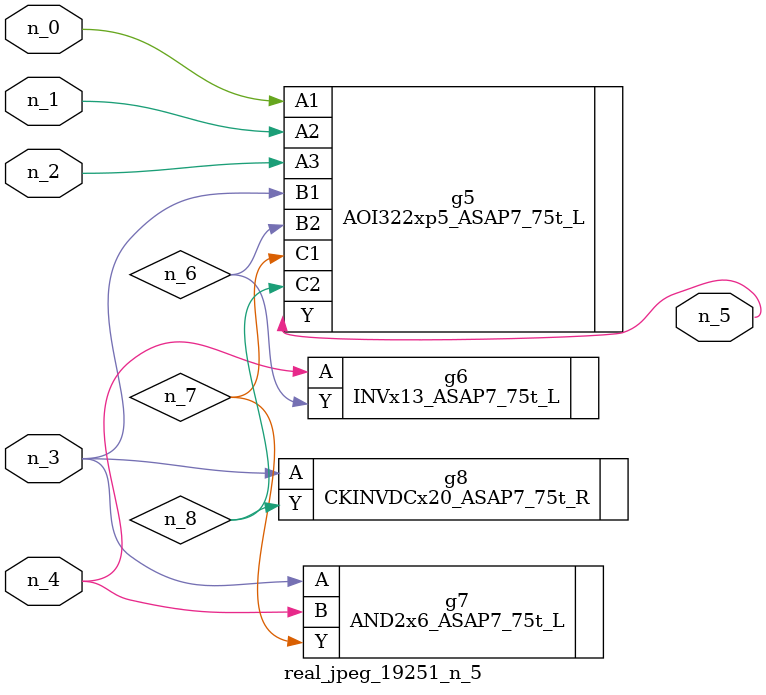
<source format=v>
module real_jpeg_19251_n_5 (n_4, n_0, n_1, n_2, n_3, n_5);

input n_4;
input n_0;
input n_1;
input n_2;
input n_3;

output n_5;

wire n_8;
wire n_6;
wire n_7;

AOI322xp5_ASAP7_75t_L g5 ( 
.A1(n_0),
.A2(n_1),
.A3(n_2),
.B1(n_3),
.B2(n_6),
.C1(n_7),
.C2(n_8),
.Y(n_5)
);

AND2x6_ASAP7_75t_L g7 ( 
.A(n_3),
.B(n_4),
.Y(n_7)
);

CKINVDCx20_ASAP7_75t_R g8 ( 
.A(n_3),
.Y(n_8)
);

INVx13_ASAP7_75t_L g6 ( 
.A(n_4),
.Y(n_6)
);


endmodule
</source>
